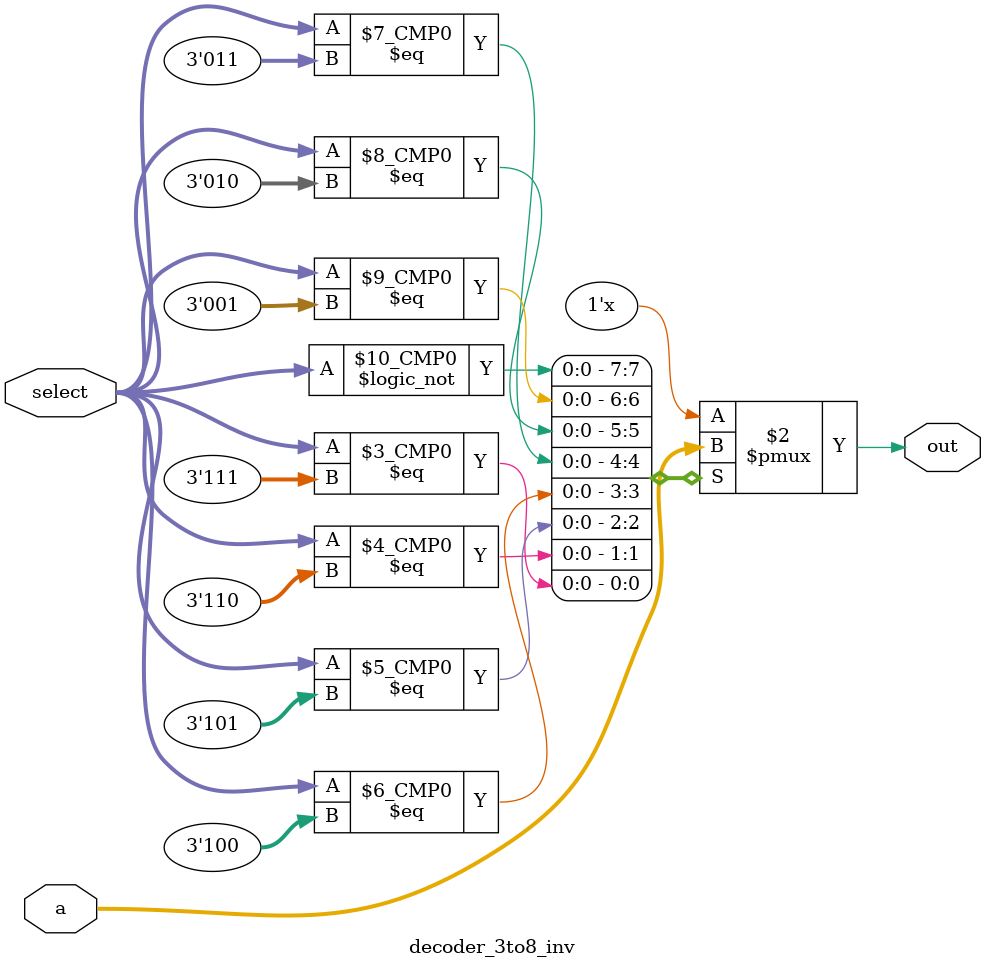
<source format=sv>
module decoder_3to8_inv(
  input logic [2:0] select,
  input logic [7:0] a,
  output logic out);

always_comb begin

out = 0;

  case(select)      // synopsys full_case parallel_case

    3'b000: out = a[7];
	  3'b001: out = a[6];
	  3'b010: out = a[5];
	  3'b011: out = a[4];
	  3'b100: out = a[3];
	  3'b101: out = a[2];
	  3'b110: out = a[1];
	  3'b111: out = a[0];

  endcase
end
endmodule

</source>
